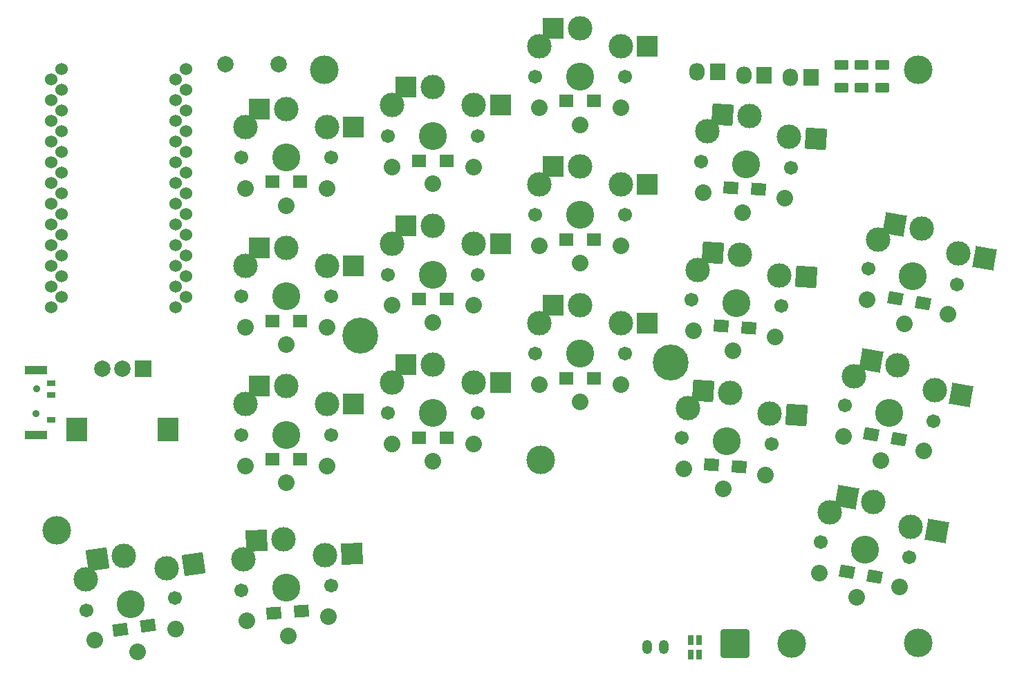
<source format=gbs>
G04 #@! TF.GenerationSoftware,KiCad,Pcbnew,(6.0.4)*
G04 #@! TF.CreationDate,2022-07-03T01:05:05+02:00*
G04 #@! TF.ProjectId,Klotz,4b6c6f74-7a2e-46b6-9963-61645f706362,0.2*
G04 #@! TF.SameCoordinates,Original*
G04 #@! TF.FileFunction,Soldermask,Bot*
G04 #@! TF.FilePolarity,Negative*
%FSLAX46Y46*%
G04 Gerber Fmt 4.6, Leading zero omitted, Abs format (unit mm)*
G04 Created by KiCad (PCBNEW (6.0.4)) date 2022-07-03 01:05:05*
%MOMM*%
%LPD*%
G01*
G04 APERTURE LIST*
G04 Aperture macros list*
%AMRoundRect*
0 Rectangle with rounded corners*
0 $1 Rounding radius*
0 $2 $3 $4 $5 $6 $7 $8 $9 X,Y pos of 4 corners*
0 Add a 4 corners polygon primitive as box body*
4,1,4,$2,$3,$4,$5,$6,$7,$8,$9,$2,$3,0*
0 Add four circle primitives for the rounded corners*
1,1,$1+$1,$2,$3*
1,1,$1+$1,$4,$5*
1,1,$1+$1,$6,$7*
1,1,$1+$1,$8,$9*
0 Add four rect primitives between the rounded corners*
20,1,$1+$1,$2,$3,$4,$5,0*
20,1,$1+$1,$4,$5,$6,$7,0*
20,1,$1+$1,$6,$7,$8,$9,0*
20,1,$1+$1,$8,$9,$2,$3,0*%
%AMRotRect*
0 Rectangle, with rotation*
0 The origin of the aperture is its center*
0 $1 length*
0 $2 width*
0 $3 Rotation angle, in degrees counterclockwise*
0 Add horizontal line*
21,1,$1,$2,0,0,$3*%
G04 Aperture macros list end*
%ADD10O,1.905000X2.159000*%
%ADD11R,1.905000X2.159000*%
%ADD12R,1.800000X1.500000*%
%ADD13C,3.000000*%
%ADD14C,3.429000*%
%ADD15C,1.701800*%
%ADD16C,2.032000*%
%ADD17R,2.600000X2.600000*%
%ADD18RotRect,1.800000X1.500000X350.000000*%
%ADD19C,2.000000*%
%ADD20RotRect,2.600000X2.600000X350.000000*%
%ADD21RoundRect,0.250000X0.625000X-0.375000X0.625000X0.375000X-0.625000X0.375000X-0.625000X-0.375000X0*%
%ADD22C,4.400000*%
%ADD23O,1.200000X1.750000*%
%ADD24RotRect,2.600000X2.600000X356.000000*%
%ADD25C,3.500000*%
%ADD26RotRect,2.600000X2.600000X8.000000*%
%ADD27RotRect,1.800000X1.500000X356.000000*%
%ADD28RotRect,1.800000X1.500000X8.000000*%
%ADD29RotRect,1.800000X1.500000X4.000000*%
%ADD30C,0.900000*%
%ADD31R,1.000000X0.700000*%
%ADD32R,2.800000X1.000000*%
%ADD33RotRect,2.600000X2.600000X3.000000*%
%ADD34C,1.524000*%
%ADD35R,2.000000X2.000000*%
%ADD36R,2.500000X3.000000*%
%ADD37R,0.635000X1.143000*%
%ADD38RoundRect,0.250002X-1.499998X-1.499998X1.499998X-1.499998X1.499998X1.499998X-1.499998X1.499998X0*%
G04 APERTURE END LIST*
D10*
X178719019Y-58478792D03*
D11*
X181243019Y-58478792D03*
D12*
X151270000Y-61380000D03*
X154670000Y-61380000D03*
X133220000Y-102670000D03*
X136620000Y-102670000D03*
D13*
X147944862Y-54615117D03*
X157944862Y-54615117D03*
D14*
X152944862Y-58365117D03*
D13*
X152944862Y-52415117D03*
D15*
X147444862Y-58365117D03*
X158444862Y-58365117D03*
D16*
X152944862Y-64265117D03*
D17*
X149669862Y-52415117D03*
D16*
X157944862Y-62165117D03*
D17*
X161219862Y-54615117D03*
D16*
X147944862Y-62165117D03*
D18*
X191611654Y-85569596D03*
X194960000Y-86160000D03*
D10*
X173004504Y-58168721D03*
D11*
X175528504Y-58168721D03*
D19*
X109570000Y-56820000D03*
X116070000Y-56820000D03*
D13*
X183563206Y-111802978D03*
D15*
X182419621Y-115409183D03*
D14*
X187836064Y-116364248D03*
D13*
X193411283Y-113539460D03*
X188869271Y-110504642D03*
D15*
X193252507Y-117319313D03*
D16*
X186811540Y-122174614D03*
D20*
X185644025Y-109935944D03*
D16*
X182252162Y-119238277D03*
X192100240Y-120974758D03*
D20*
X196636529Y-114108158D03*
D21*
X189975000Y-59750000D03*
X189975000Y-56950000D03*
D13*
X134952431Y-93691867D03*
X129952431Y-95891867D03*
D15*
X140452431Y-99641867D03*
D13*
X139952431Y-95891867D03*
D14*
X134952431Y-99641867D03*
D15*
X129452431Y-99641867D03*
D17*
X131677431Y-93691867D03*
D16*
X134952431Y-105541867D03*
D17*
X143227431Y-95891867D03*
D16*
X129952431Y-103441867D03*
X139952431Y-103441867D03*
D12*
X115290000Y-88370000D03*
X118690000Y-88370000D03*
X133220000Y-85670000D03*
X136620000Y-85670000D03*
D22*
X126072491Y-90139683D03*
X164027509Y-93460317D03*
D23*
X163225000Y-128350000D03*
X161225000Y-128350000D03*
D13*
X171352345Y-97128458D03*
X176186701Y-99671881D03*
D14*
X170937294Y-103063964D03*
D13*
X166211061Y-98974316D03*
D15*
X165450692Y-102680303D03*
X176423896Y-103447625D03*
D24*
X168085323Y-96900005D03*
D16*
X170525731Y-108949592D03*
X165684399Y-106505925D03*
X175660040Y-107203490D03*
D24*
X179453723Y-99900334D03*
D25*
X194398013Y-57553692D03*
D18*
X185685827Y-119064798D03*
X189034173Y-119655202D03*
D13*
X157944862Y-71584448D03*
D14*
X152944862Y-75334448D03*
D15*
X147444862Y-75334448D03*
D13*
X147944862Y-71584448D03*
D15*
X158444862Y-75334448D03*
D13*
X152944862Y-69384448D03*
D16*
X152944862Y-81234448D03*
D17*
X149669862Y-69384448D03*
D16*
X157944862Y-79134448D03*
X147944862Y-79134448D03*
D17*
X161219862Y-71584448D03*
D25*
X148182160Y-105392393D03*
D13*
X178550416Y-65768492D03*
X173716060Y-63225069D03*
D14*
X173301009Y-69160575D03*
D15*
X178787611Y-69544236D03*
D13*
X168574776Y-65070927D03*
D15*
X167814407Y-68776914D03*
D16*
X172889446Y-75046203D03*
D24*
X170449038Y-62996616D03*
X181817438Y-65996945D03*
D16*
X168048114Y-72602536D03*
X178023755Y-73300101D03*
D13*
X177350913Y-82737828D03*
X167375273Y-82040263D03*
X172516557Y-80194405D03*
D15*
X166614904Y-85746250D03*
X177588108Y-86513572D03*
D14*
X172101506Y-86129911D03*
D24*
X169249535Y-79965952D03*
D16*
X171689943Y-92015539D03*
X176824252Y-90269437D03*
X166848611Y-89571872D03*
D24*
X180617935Y-82966281D03*
D14*
X152944862Y-92339060D03*
D15*
X158444862Y-92339060D03*
D13*
X157944862Y-88589060D03*
X147944862Y-88589060D03*
D15*
X147444862Y-92339060D03*
D13*
X152944862Y-86389060D03*
D17*
X149669862Y-86389060D03*
D16*
X152944862Y-98239060D03*
X157944862Y-96139060D03*
X147944862Y-96139060D03*
D17*
X161219862Y-88589060D03*
D15*
X103390943Y-122266583D03*
D13*
X102373910Y-118622664D03*
D15*
X92497995Y-123797487D03*
D13*
X92471230Y-120014395D03*
X97116389Y-117139940D03*
D14*
X97944469Y-123032035D03*
D16*
X98765590Y-128874617D03*
D26*
X93873261Y-117595732D03*
X105617038Y-118166872D03*
D16*
X93521986Y-127490919D03*
X103424667Y-126099188D03*
D12*
X151270000Y-78380000D03*
X154670000Y-78380000D03*
D25*
X88900000Y-114030000D03*
D27*
X170228282Y-88972828D03*
X173620000Y-89210000D03*
D14*
X116960000Y-102287813D03*
D15*
X111460000Y-102287813D03*
D13*
X116960000Y-96337813D03*
X111960000Y-98537813D03*
D15*
X122460000Y-102287813D03*
D13*
X121960000Y-98537813D03*
D16*
X116960000Y-108187813D03*
D17*
X113685000Y-96337813D03*
D16*
X121960000Y-106087813D03*
D17*
X125235000Y-98537813D03*
D16*
X111960000Y-106087813D03*
D21*
X187475000Y-59750000D03*
X187475000Y-56950000D03*
D18*
X188637481Y-102274394D03*
X191985827Y-102864798D03*
D12*
X151270000Y-95380000D03*
X154670000Y-95380000D03*
D28*
X96683088Y-126153188D03*
X100050000Y-125680000D03*
D29*
X115438282Y-124157172D03*
X118830000Y-123920000D03*
D13*
X189454852Y-78322940D03*
X194760917Y-77024604D03*
D15*
X188311267Y-81929145D03*
D14*
X193727710Y-82884210D03*
D13*
X199302929Y-80059422D03*
D15*
X199144153Y-83839275D03*
D16*
X192703186Y-88694576D03*
D20*
X191535671Y-76455906D03*
D16*
X188143808Y-85758239D03*
D20*
X202528175Y-80628120D03*
D16*
X197991886Y-87494720D03*
D25*
X121652143Y-57553692D03*
D12*
X133220000Y-68670000D03*
X136620000Y-68670000D03*
D13*
X121960000Y-81568484D03*
X111960000Y-81568484D03*
D14*
X116960000Y-85318484D03*
D15*
X122460000Y-85318484D03*
X111460000Y-85318484D03*
D13*
X116960000Y-79368484D03*
D17*
X113685000Y-79368484D03*
D16*
X116960000Y-91218484D03*
X111960000Y-89118484D03*
D17*
X125235000Y-81568484D03*
D16*
X121960000Y-89118484D03*
D30*
X86425000Y-96685000D03*
X86375000Y-99685000D03*
D31*
X88225000Y-100435000D03*
X88225000Y-97435000D03*
X88225000Y-95935000D03*
D32*
X86325000Y-94335000D03*
X86325000Y-102285000D03*
D13*
X134952431Y-59682647D03*
X139952431Y-61882647D03*
D14*
X134952431Y-65632647D03*
D15*
X140452431Y-65632647D03*
X129452431Y-65632647D03*
D13*
X129952431Y-61882647D03*
D16*
X134952431Y-71532647D03*
D17*
X131677431Y-59682647D03*
D16*
X129952431Y-69432647D03*
D17*
X143227431Y-61882647D03*
D16*
X139952431Y-69432647D03*
D12*
X115290000Y-105270000D03*
X118690000Y-105270000D03*
X115290000Y-71270000D03*
X118690000Y-71270000D03*
D27*
X171428282Y-71972828D03*
X174820000Y-72210000D03*
D13*
X116960000Y-62363872D03*
X111960000Y-64563872D03*
D14*
X116960000Y-68313872D03*
D15*
X122460000Y-68313872D03*
D13*
X121960000Y-64563872D03*
D15*
X111460000Y-68313872D03*
D17*
X113685000Y-62363872D03*
D16*
X116960000Y-74213872D03*
X121960000Y-72113872D03*
D17*
X125235000Y-64563872D03*
D16*
X111960000Y-72113872D03*
D13*
X116648601Y-115114549D03*
X121756888Y-117049854D03*
X111770592Y-117573214D03*
D15*
X111467538Y-121344243D03*
X122452462Y-120768547D03*
D14*
X116960000Y-121056395D03*
D33*
X113378089Y-115285950D03*
D16*
X117268782Y-126948309D03*
X112165729Y-125112867D03*
X122152024Y-124589507D03*
D33*
X125027400Y-116878454D03*
D25*
X194398013Y-127759458D03*
D15*
X129452431Y-82637259D03*
X140452431Y-82637259D03*
D13*
X139952431Y-78887259D03*
D14*
X134952431Y-82637259D03*
D13*
X129952431Y-78887259D03*
X134952431Y-76687259D03*
D16*
X134952431Y-88537259D03*
D17*
X131677431Y-76687259D03*
D16*
X129952431Y-86437259D03*
D17*
X143227431Y-78887259D03*
D16*
X139952431Y-86437259D03*
D34*
X88172500Y-58710000D03*
X104718900Y-57440000D03*
X104718900Y-59980000D03*
X88172500Y-61250000D03*
X88172500Y-63790000D03*
X104718900Y-62520000D03*
X104718900Y-65060000D03*
X88172500Y-66330000D03*
X104718900Y-67600000D03*
X88172500Y-68870000D03*
X88172500Y-71410000D03*
X104718900Y-70140000D03*
X104718900Y-72680000D03*
X88172500Y-73950000D03*
X88172500Y-76490000D03*
X104718900Y-75220000D03*
X88172500Y-79030000D03*
X104718900Y-77760000D03*
X88172500Y-81570000D03*
X104718900Y-80300000D03*
X88172500Y-84110000D03*
X104718900Y-82840000D03*
X104718900Y-85380000D03*
X88172500Y-86650000D03*
X103412500Y-86650000D03*
X89498900Y-85380000D03*
X89498900Y-82840000D03*
X103412500Y-84110000D03*
X89498900Y-80300000D03*
X103412500Y-81570000D03*
X89498900Y-77760000D03*
X103412500Y-79030000D03*
X103412500Y-76490000D03*
X89498900Y-75220000D03*
X89498900Y-72680000D03*
X103412500Y-73950000D03*
X103412500Y-71410000D03*
X89498900Y-70140000D03*
X89498900Y-67600000D03*
X103412500Y-68870000D03*
X103412500Y-66330000D03*
X89498900Y-65060000D03*
X103412500Y-63790000D03*
X89498900Y-62520000D03*
X103412500Y-61250000D03*
X89498900Y-59980000D03*
X89498900Y-57440000D03*
X103412500Y-58710000D03*
D27*
X169032423Y-105954242D03*
X172424141Y-106191414D03*
D35*
X99430000Y-94150000D03*
D19*
X94430000Y-94150000D03*
X96930000Y-94150000D03*
D36*
X91330000Y-101650000D03*
X102530000Y-101650000D03*
D10*
X167261254Y-57800649D03*
D11*
X169785254Y-57800649D03*
D21*
X184975000Y-59750000D03*
X184975000Y-56950000D03*
D13*
X196374742Y-96817079D03*
X186526665Y-95080597D03*
X191832730Y-93782261D03*
D14*
X190799523Y-99641867D03*
D15*
X185383080Y-98686802D03*
X196215966Y-100596932D03*
D20*
X188607484Y-93213563D03*
D16*
X189774999Y-105452233D03*
D20*
X199599988Y-97385777D03*
D16*
X185215621Y-102515896D03*
X195063699Y-104252377D03*
D37*
X166524620Y-129250000D03*
X167525380Y-129250000D03*
D38*
X171900000Y-127875000D03*
D25*
X178900000Y-127875000D03*
D37*
X166524620Y-127475000D03*
X167525380Y-127475000D03*
M02*

</source>
